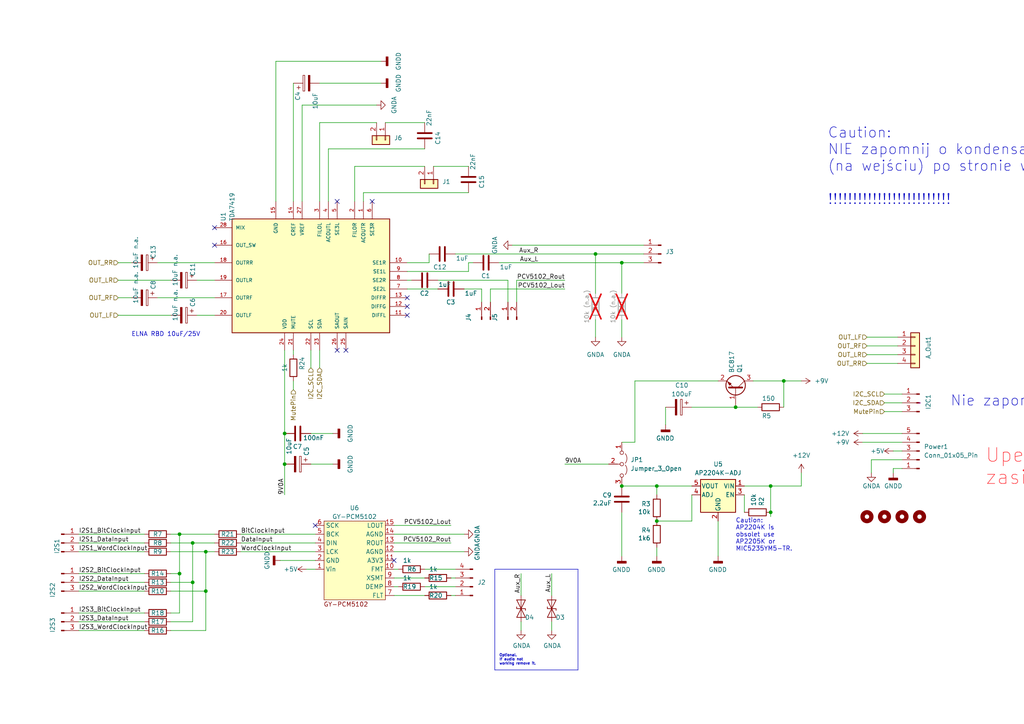
<source format=kicad_sch>
(kicad_sch (version 20230121) (generator eeschema)
  (paper "A4")
  (lib_symbols
    (symbol "Connector:Conn_01x02_Pin" (pin_names (offset 1.016) hide)
      (property "Reference" "J" (at 0 2.54 0))
      (property "Value" "Conn_01x02_Pin" (at 0 -5.08 0))
      (symbol "Conn_01x02_Pin_1_1"
        (polyline (pts (xy 1.27 -2.54) (xy 0.8636 -2.54)) (stroke (width 0.1524)))
        (polyline (pts (xy 1.27 0) (xy 0.8636 0)) (stroke (width 0.1524)))
        (rectangle (start 0.8636 -2.413) (end 0 -2.667) (stroke (width 0.1524)) (fill (type outline)))
        (rectangle (start 0.8636 0.127) (end 0 -0.127) (stroke (width 0.1524)) (fill (type outline)))
        (pin passive line (at 5.08 0 180) (length 3.81) (name "Pin_1") (number "1"))
        (pin passive line (at 5.08 -2.54 180) (length 3.81) (name "Pin_2") (number "2"))
      )
    )
    (symbol "Connector:Conn_01x03_Pin" (pin_names (offset 1.016) hide)
      (property "Reference" "J" (at 0 5.08 0))
      (property "Value" "Conn_01x03_Pin" (at 0 -5.08 0))
      (symbol "Conn_01x03_Pin_1_1"
        (polyline (pts (xy 1.27 -2.54) (xy 0.8636 -2.54)) (stroke (width 0.1524)))
        (polyline (pts (xy 1.27 0) (xy 0.8636 0)) (stroke (width 0.1524)))
        (polyline (pts (xy 1.27 2.54) (xy 0.8636 2.54)) (stroke (width 0.1524)))
        (rectangle (start 0.8636 -2.413) (end 0 -2.667) (stroke (width 0.1524)) (fill (type outline)))
        (rectangle (start 0.8636 0.127) (end 0 -0.127) (stroke (width 0.1524)) (fill (type outline)))
        (rectangle (start 0.8636 2.667) (end 0 2.413) (stroke (width 0.1524)) (fill (type outline)))
        (pin passive line (at 5.08 2.54 180) (length 3.81) (name "Pin_1") (number "1"))
        (pin passive line (at 5.08 0 180) (length 3.81) (name "Pin_2") (number "2"))
        (pin passive line (at 5.08 -2.54 180) (length 3.81) (name "Pin_3") (number "3"))
      )
    )
    (symbol "Connector:Conn_01x04_Pin" (pin_names (offset 1.016) hide)
      (property "Reference" "J" (at 0 5.08 0))
      (property "Value" "Conn_01x04_Pin" (at 0 -7.62 0))
      (symbol "Conn_01x04_Pin_1_1"
        (polyline (pts (xy 1.27 -5.08) (xy 0.8636 -5.08)) (stroke (width 0.1524)))
        (polyline (pts (xy 1.27 -2.54) (xy 0.8636 -2.54)) (stroke (width 0.1524)))
        (polyline (pts (xy 1.27 0) (xy 0.8636 0)) (stroke (width 0.1524)))
        (polyline (pts (xy 1.27 2.54) (xy 0.8636 2.54)) (stroke (width 0.1524)))
        (rectangle (start 0.8636 -4.953) (end 0 -5.207) (stroke (width 0.1524)) (fill (type outline)))
        (rectangle (start 0.8636 -2.413) (end 0 -2.667) (stroke (width 0.1524)) (fill (type outline)))
        (rectangle (start 0.8636 0.127) (end 0 -0.127) (stroke (width 0.1524)) (fill (type outline)))
        (rectangle (start 0.8636 2.667) (end 0 2.413) (stroke (width 0.1524)) (fill (type outline)))
        (pin passive line (at 5.08 2.54 180) (length 3.81) (name "Pin_1") (number "1"))
        (pin passive line (at 5.08 0 180) (length 3.81) (name "Pin_2") (number "2"))
        (pin passive line (at 5.08 -2.54 180) (length 3.81) (name "Pin_3") (number "3"))
        (pin passive line (at 5.08 -5.08 180) (length 3.81) (name "Pin_4") (number "4"))
      )
    )
    (symbol "Connector:Conn_01x05_Pin" (pin_names (offset 1.016) hide)
      (property "Reference" "J" (at 0 7.62 0))
      (property "Value" "Conn_01x05_Pin" (at 0 -7.62 0))
      (symbol "Conn_01x05_Pin_1_1"
        (polyline (pts (xy 1.27 -5.08) (xy 0.8636 -5.08)) (stroke (width 0.1524)))
        (polyline (pts (xy 1.27 -2.54) (xy 0.8636 -2.54)) (stroke (width 0.1524)))
        (polyline (pts (xy 1.27 0) (xy 0.8636 0)) (stroke (width 0.1524)))
        (polyline (pts (xy 1.27 2.54) (xy 0.8636 2.54)) (stroke (width 0.1524)))
        (polyline (pts (xy 1.27 5.08) (xy 0.8636 5.08)) (stroke (width 0.1524)))
        (rectangle (start 0.8636 -4.953) (end 0 -5.207) (stroke (width 0.1524)) (fill (type outline)))
        (rectangle (start 0.8636 -2.413) (end 0 -2.667) (stroke (width 0.1524)) (fill (type outline)))
        (rectangle (start 0.8636 0.127) (end 0 -0.127) (stroke (width 0.1524)) (fill (type outline)))
        (rectangle (start 0.8636 2.667) (end 0 2.413) (stroke (width 0.1524)) (fill (type outline)))
        (rectangle (start 0.8636 5.207) (end 0 4.953) (stroke (width 0.1524)) (fill (type outline)))
        (pin passive line (at 5.08 5.08 180) (length 3.81) (name "Pin_1") (number "1"))
        (pin passive line (at 5.08 2.54 180) (length 3.81) (name "Pin_2") (number "2"))
        (pin passive line (at 5.08 0 180) (length 3.81) (name "Pin_3") (number "3"))
        (pin passive line (at 5.08 -2.54 180) (length 3.81) (name "Pin_4") (number "4"))
        (pin passive line (at 5.08 -5.08 180) (length 3.81) (name "Pin_5") (number "5"))
      )
    )
    (symbol "Connector_Generic:Conn_01x02" (pin_names (offset 1.016) hide)
      (property "Reference" "J" (at 0 2.54 0))
      (property "Value" "Conn_01x02" (at 0 -5.08 0))
      (symbol "Conn_01x02_1_1"
        (rectangle (start -1.27 -2.413) (end 0 -2.667) (stroke (width 0.1524)))
        (rectangle (start -1.27 0.127) (end 0 -0.127) (stroke (width 0.1524)))
        (rectangle (start -1.27 1.27) (end 1.27 -3.81) (stroke (width 0.254)) (fill (type background)))
        (pin passive line (at -5.08 0 0) (length 3.81) (name "Pin_1") (number "1"))
        (pin passive line (at -5.08 -2.54 0) (length 3.81) (name "Pin_2") (number "2"))
      )
    )
    (symbol "Connector_Generic:Conn_01x04" (pin_names (offset 1.016) hide)
      (property "Reference" "J" (at 0 5.08 0))
      (property "Value" "Conn_01x04" (at 0 -7.62 0))
      (symbol "Conn_01x04_1_1"
        (rectangle (start -1.27 -4.953) (end 0 -5.207) (stroke (width 0.1524)))
        (rectangle (start -1.27 -2.413) (end 0 -2.667) (stroke (width 0.1524)))
        (rectangle (start -1.27 0.127) (end 0 -0.127) (stroke (width 0.1524)))
        (rectangle (start -1.27 2.667) (end 0 2.413) (stroke (width 0.1524)))
        (rectangle (start -1.27 3.81) (end 1.27 -6.35) (stroke (width 0.254)) (fill (type background)))
        (pin passive line (at -5.08 2.54 0) (length 3.81) (name "Pin_1") (number "1"))
        (pin passive line (at -5.08 0 0) (length 3.81) (name "Pin_2") (number "2"))
        (pin passive line (at -5.08 -2.54 0) (length 3.81) (name "Pin_3") (number "3"))
        (pin passive line (at -5.08 -5.08 0) (length 3.81) (name "Pin_4") (number "4"))
      )
    )
    (symbol "Device:C" (pin_numbers hide) (pin_names (offset 0.254))
      (property "Reference" "C" (at 0.635 2.54 0))
      (property "Value" "C" (at 0.635 -2.54 0))
      (symbol "C_0_1"
        (polyline (pts (xy -2.032 -0.762) (xy 2.032 -0.762)) (stroke (width 0.508)))
        (polyline (pts (xy -2.032 0.762) (xy 2.032 0.762)) (stroke (width 0.508)))
      )
      (symbol "C_1_1"
        (pin passive line (at 0 3.81 270) (length 2.794) (name "~") (number "1"))
        (pin passive line (at 0 -3.81 90) (length 2.794) (name "~") (number "2"))
      )
    )
    (symbol "Device:C_Polarized" (pin_numbers hide) (pin_names (offset 0.254))
      (property "Reference" "C" (at 0.635 2.54 0))
      (property "Value" "C_Polarized" (at 0.635 -2.54 0))
      (symbol "C_Polarized_0_1"
        (rectangle (start -2.286 0.508) (end 2.286 1.016))
        (polyline (pts (xy -1.778 2.286) (xy -0.762 2.286)))
        (polyline (pts (xy -1.27 2.794) (xy -1.27 1.778)))
        (rectangle (start 2.286 -0.508) (end -2.286 -1.016) (fill (type outline)))
      )
      (symbol "C_Polarized_1_1"
        (pin passive line (at 0 3.81 270) (length 2.794) (name "~") (number "1"))
        (pin passive line (at 0 -3.81 90) (length 2.794) (name "~") (number "2"))
      )
    )
    (symbol "Device:R" (pin_numbers hide) (pin_names (offset 0))
      (property "Reference" "R" (at 2.032 0 90))
      (property "Value" "R" (at 0 0 90))
      (symbol "R_0_1"
        (rectangle (start -1.016 -2.54) (end 1.016 2.54) (stroke (width 0.254)))
      )
      (symbol "R_1_1"
        (pin passive line (at 0 3.81 270) (length 1.27) (name "~") (number "1"))
        (pin passive line (at 0 -3.81 90) (length 1.27) (name "~") (number "2"))
      )
    )
    (symbol "Diode:ESD9B3.3ST5G" (pin_numbers hide) (pin_names (offset 1.016) hide)
      (property "Reference" "D" (at 0 2.54 0))
      (property "Value" "ESD9B3.3ST5G" (at 0 -2.54 0))
      (symbol "ESD9B3.3ST5G_0_1"
        (polyline (pts (xy 1.27 0) (xy -1.27 0)))
        (polyline (pts (xy -2.54 -1.27) (xy 0 0) (xy -2.54 1.27) (xy -2.54 -1.27)) (stroke (width 0.2032)))
        (polyline (pts (xy 0.508 1.27) (xy 0 1.27) (xy 0 -1.27) (xy -0.508 -1.27)) (stroke (width 0.2032)))
        (polyline (pts (xy 2.54 1.27) (xy 2.54 -1.27) (xy 0 0) (xy 2.54 1.27)) (stroke (width 0.2032)))
      )
      (symbol "ESD9B3.3ST5G_1_1"
        (pin passive line (at -3.81 0 0) (length 2.54) (name "A1") (number "1"))
        (pin passive line (at 3.81 0 180) (length 2.54) (name "A2") (number "2"))
      )
    )
    (symbol "GY-PCM5102:GY-PCM5102"
      (property "Reference" "U" (at -7.62 6.35 0))
      (property "Value" "GY-PCM5102" (at 0 0 0))
      (symbol "GY-PCM5102_0_0"
        (text "GY-PCM5102" (at -2.54 -19.05 0) (effects (font (size 1.27 1.27))))
      )
      (symbol "GY-PCM5102_1_1"
        (rectangle (start -8.89 5.08) (end 8.89 -17.78) (fill (type background)))
        (pin power_in line (at -11.43 -8.89 0) (length 2.54) (name "Vin") (number "1"))
        (pin input line (at 11.43 -8.89 180) (length 2.54) (name "FMT") (number "10"))
        (pin input line (at 11.43 -6.35 180) (length 2.54) (name "A3V3") (number "11"))
        (pin input line (at 11.43 -3.81 180) (length 2.54) (name "AGND") (number "12"))
        (pin input line (at 11.43 -1.27 180) (length 2.54) (name "ROUT") (number "13"))
        (pin input line (at 11.43 1.27 180) (length 2.54) (name "AGND") (number "14"))
        (pin input line (at 11.43 3.81 180) (length 2.54) (name "LOUT") (number "15"))
        (pin power_in line (at -11.43 -6.35 0) (length 2.54) (name "GND") (number "2"))
        (pin input line (at -11.43 -3.81 0) (length 2.54) (name "LCK") (number "3"))
        (pin input line (at -11.43 -1.27 0) (length 2.54) (name "DIN") (number "4"))
        (pin input line (at -11.43 1.27 0) (length 2.54) (name "BCK") (number "5"))
        (pin input line (at -11.43 3.81 0) (length 2.54) (name "SCK") (number "6"))
        (pin input line (at 11.43 -16.51 180) (length 2.54) (name "FLT") (number "7"))
        (pin input line (at 11.43 -13.97 180) (length 2.54) (name "DEMP") (number "8"))
        (pin input line (at 11.43 -11.43 180) (length 2.54) (name "XSMT") (number "9"))
      )
    )
    (symbol "Jumper:Jumper_3_Open" (pin_names (offset 0) hide)
      (property "Reference" "JP" (at -2.54 -2.54 0))
      (property "Value" "Jumper_3_Open" (at 0 2.794 0))
      (symbol "Jumper_3_Open_0_0"
        (circle (center -3.302 0) (radius 0.508))
        (circle (center 0 0) (radius 0.508))
        (circle (center 3.302 0) (radius 0.508))
      )
      (symbol "Jumper_3_Open_0_1"
        (arc (start -0.254 1.016) (mid -1.651 1.4992) (end -3.048 1.016))
        (polyline (pts (xy 0 -0.508) (xy 0 -1.27)))
        (arc (start 3.048 1.016) (mid 1.651 1.4992) (end 0.254 1.016))
      )
      (symbol "Jumper_3_Open_1_1"
        (pin passive line (at -6.35 0 0) (length 2.54) (name "A") (number "1"))
        (pin passive line (at 0 -3.81 90) (length 2.54) (name "C") (number "2"))
        (pin passive line (at 6.35 0 180) (length 2.54) (name "B") (number "3"))
      )
    )
    (symbol "Mechanical:MountingHole" (pin_names (offset 1.016))
      (property "Reference" "H" (at 0 5.08 0))
      (property "Value" "MountingHole" (at 0 3.175 0))
      (symbol "MountingHole_0_1"
        (circle (center 0 0) (radius 1.27) (stroke (width 1.27)))
      )
    )
    (symbol "Regulator_Linear:AP2204K-ADJ" (pin_names (offset 0.254))
      (property "Reference" "U" (at -5.08 5.715 0))
      (property "Value" "AP2204K-ADJ" (at 0 5.715 0))
      (symbol "AP2204K-ADJ_0_1"
        (rectangle (start -5.08 4.445) (end 5.08 -5.08) (stroke (width 0.254)) (fill (type background)))
      )
      (symbol "AP2204K-ADJ_1_1"
        (pin power_in line (at -7.62 2.54 0) (length 2.54) (name "VIN") (number "1"))
        (pin power_in line (at 0 -7.62 90) (length 2.54) (name "GND") (number "2"))
        (pin input line (at -7.62 0 0) (length 2.54) (name "EN") (number "3"))
        (pin input line (at 7.62 0 180) (length 2.54) (name "ADJ") (number "4"))
        (pin power_out line (at 7.62 2.54 180) (length 2.54) (name "VOUT") (number "5"))
      )
    )
    (symbol "TDA7419:TDA7419" (pin_names (offset 1.016))
      (property "Reference" "U" (at 12.7 17.78 0))
      (property "Value" "TDA7419" (at 12.7 15.24 0))
      (symbol "TDA7419_0_0"
        (rectangle (start -22.86 -17.78) (end 22.86 15.24) (stroke (width 0.254)) (fill (type background)))
        (pin bidirectional line (at -15.24 -22.86 90) (length 5.08) (name "ACOUTR") (number "1"))
        (pin bidirectional line (at -27.94 -5.08 0) (length 5.08) (name "SE1R") (number "10"))
        (pin bidirectional line (at -27.94 10.16 0) (length 5.08) (name "DIFFL") (number "11"))
        (pin bidirectional line (at -27.94 7.62 0) (length 5.08) (name "DIFFG") (number "12"))
        (pin bidirectional line (at -27.94 5.08 0) (length 5.08) (name "DIFFR") (number "13"))
        (pin bidirectional line (at 5.08 -22.86 90) (length 5.08) (name "CREF") (number "14"))
        (pin bidirectional line (at 10.16 -22.86 90) (length 5.08) (name "GND") (number "15"))
        (pin bidirectional line (at 27.94 -10.16 180) (length 5.08) (name "OUT_SW") (number "16"))
        (pin bidirectional line (at 27.94 5.08 180) (length 5.08) (name "OUTRF") (number "17"))
        (pin bidirectional line (at 27.94 -5.08 180) (length 5.08) (name "OUTRR") (number "18"))
        (pin bidirectional line (at 27.94 0 180) (length 5.08) (name "OUTLR") (number "19"))
        (pin bidirectional line (at -12.7 -22.86 90) (length 5.08) (name "FILOR") (number "2"))
        (pin bidirectional line (at 27.94 10.16 180) (length 5.08) (name "OUTLF") (number "20"))
        (pin bidirectional line (at 5.08 20.32 270) (length 5.08) (name "MUTE") (number "21"))
        (pin bidirectional line (at 0 20.32 270) (length 5.08) (name "SCL") (number "22"))
        (pin bidirectional line (at -2.54 20.32 270) (length 5.08) (name "SDA") (number "23"))
        (pin bidirectional line (at 7.62 20.32 270) (length 5.08) (name "VDD") (number "24"))
        (pin bidirectional line (at -10.16 20.32 270) (length 5.08) (name "SAIN") (number "25"))
        (pin bidirectional line (at -7.62 20.32 270) (length 5.08) (name "SAOUT") (number "26"))
        (pin bidirectional line (at 2.54 -22.86 90) (length 5.08) (name "VREF") (number "27"))
        (pin bidirectional line (at 27.94 -15.24 180) (length 5.08) (name "MIX") (number "28"))
        (pin bidirectional line (at -2.54 -22.86 90) (length 5.08) (name "FILOL") (number "3"))
        (pin bidirectional line (at -5.08 -22.86 90) (length 5.08) (name "ACOUTL") (number "4"))
        (pin bidirectional line (at -7.62 -22.86 90) (length 5.08) (name "SE3L") (number "5"))
        (pin bidirectional line (at -17.78 -22.86 90) (length 5.08) (name "SE3R") (number "6"))
        (pin bidirectional line (at -27.94 2.54 0) (length 5.08) (name "SE2L") (number "7"))
        (pin bidirectional line (at -27.94 0 0) (length 5.08) (name "SE2R") (number "8"))
        (pin bidirectional line (at -27.94 -2.54 0) (length 5.08) (name "SE1L") (number "9"))
      )
    )
    (symbol "Transistor_BJT:BC817" (pin_names (offset 0) hide)
      (property "Reference" "Q" (at 5.08 1.905 0))
      (property "Value" "BC817" (at 5.08 0 0))
      (symbol "BC817_0_1"
        (polyline (pts (xy 0.635 0.635) (xy 2.54 2.54)))
        (polyline (pts (xy 0.635 -0.635) (xy 2.54 -2.54) (xy 2.54 -2.54)))
        (polyline (pts (xy 0.635 1.905) (xy 0.635 -1.905) (xy 0.635 -1.905)) (stroke (width 0.508)))
        (polyline (pts (xy 1.27 -1.778) (xy 1.778 -1.27) (xy 2.286 -2.286) (xy 1.27 -1.778) (xy 1.27 -1.778)) (fill (type outline)))
        (circle (center 1.27 0) (radius 2.8194) (stroke (width 0.254)))
      )
      (symbol "BC817_1_1"
        (pin input line (at -5.08 0 0) (length 5.715) (name "B") (number "1"))
        (pin passive line (at 2.54 -5.08 90) (length 2.54) (name "E") (number "2"))
        (pin passive line (at 2.54 5.08 270) (length 2.54) (name "C") (number "3"))
      )
    )
    (symbol "power:+12V" (power) (pin_names (offset 0))
      (property "Value" "+12V" (at 0 3.556 0))
      (symbol "+12V_0_1"
        (polyline (pts (xy -0.762 1.27) (xy 0 2.54)))
        (polyline (pts (xy 0 0) (xy 0 2.54)))
        (polyline (pts (xy 0 2.54) (xy 0.762 1.27)))
      )
      (symbol "+12V_1_1"
        (pin power_in line (at 0 0 90) (length 0) hide (name "+12V") (number "1"))
      )
    )
    (symbol "power:+5V" (power) (pin_names (offset 0))
      (property "Value" "+5V" (at 0 3.556 0))
      (symbol "+5V_0_1"
        (polyline (pts (xy -0.762 1.27) (xy 0 2.54)))
        (polyline (pts (xy 0 0) (xy 0 2.54)))
        (polyline (pts (xy 0 2.54) (xy 0.762 1.27)))
      )
      (symbol "+5V_1_1"
        (pin power_in line (at 0 0 90) (length 0) hide (name "+5V") (number "1"))
      )
    )
    (symbol "power:+9V" (power) (pin_names (offset 0))
      (property "Value" "+9V" (at 0 3.556 0))
      (symbol "+9V_0_1"
        (polyline (pts (xy -0.762 1.27) (xy 0 2.54)))
        (polyline (pts (xy 0 0) (xy 0 2.54)))
        (polyline (pts (xy 0 2.54) (xy 0.762 1.27)))
      )
      (symbol "+9V_1_1"
        (pin power_in line (at 0 0 90) (length 0) hide (name "+9V") (number "1"))
      )
    )
    (symbol "power:GNDA" (power) (pin_names (offset 0))
      (property "Value" "GNDA" (at 0 -3.81 0))
      (symbol "GNDA_0_1"
        (polyline (pts (xy 0 0) (xy 0 -1.27) (xy 1.27 -1.27) (xy 0 -2.54) (xy -1.27 -1.27) (xy 0 -1.27)))
      )
      (symbol "GNDA_1_1"
        (pin power_in line (at 0 0 270) (length 0) hide (name "GNDA") (number "1"))
      )
    )
    (symbol "power:GNDD" (power) (pin_names (offset 0))
      (property "Value" "GNDD" (at 0 -3.175 0))
      (symbol "GNDD_0_1"
        (rectangle (start -1.27 -1.524) (end 1.27 -2.032) (stroke (width 0.254)) (fill (type outline)))
        (polyline (pts (xy 0 0) (xy 0 -1.524)))
      )
      (symbol "GNDD_1_1"
        (pin power_in line (at 0 0 270) (length 0) hide (name "GNDD") (number "1"))
      )
    )
  )
  (junction (at 227.33 110.49))
  (junction (at 190.5 140.97))
  (junction (at 82.55 125.73))
  (junction (at 59.69 171.45))
  (junction (at 223.52 140.97))
  (junction (at 213.36 118.11))
  (junction (at 180.34 76.2))
  (junction (at 223.52 148.59))
  (junction (at 172.72 73.66))
  (junction (at 55.88 168.91))
  (junction (at 52.07 154.94))
  (junction (at 55.88 157.48))
  (junction (at 52.07 166.37))
  (junction (at 190.5 151.13))
  (junction (at 82.55 134.62))
  (junction (at 180.34 140.97))
  (junction (at 59.69 160.02))
  (no_connect (at 62.23 66.04))
  (no_connect (at 91.44 152.4))
  (no_connect (at 97.79 101.6))
  (no_connect (at 114.3 162.56))
  (no_connect (at 62.23 71.12))
  (no_connect (at 118.11 91.44))
  (no_connect (at 107.95 58.42))
  (no_connect (at 100.33 101.6))
  (no_connect (at 118.11 86.36))
  (no_connect (at 97.79 58.42))
  (no_connect (at 118.11 88.9))
  (wire (pts (xy 125.73 48.26) (xy 135.89 48.26)))
  (wire (pts (xy 105.41 55.88) (xy 135.89 55.88)))
  (wire (pts (xy 114.3 170.18) (xy 115.57 170.18)))
  (wire (pts (xy 252.73 137.16) (xy 252.73 133.35)))
  (wire (pts (xy 119.38 81.28) (xy 118.11 81.28)))
  (wire (pts (xy 147.32 81.28) (xy 127 81.28)))
  (wire (pts (xy 259.08 130.81) (xy 261.62 130.81)))
  (wire (pts (xy 130.81 172.72) (xy 132.08 172.72)))
  (wire (pts (xy 259.08 135.89) (xy 261.62 135.89)))
  (wire (pts (xy 87.63 58.42) (xy 87.63 30.48)))
  (wire (pts (xy 59.69 160.02) (xy 62.23 160.02)))
  (wire (pts (xy 49.53 182.88) (xy 59.69 182.88)))
  (polyline (pts (xy 167.64 194.31) (xy 143.51 194.31)))
  (wire (pts (xy 160.02 166.37) (xy 160.02 172.72)))
  (wire (pts (xy 124.46 76.2) (xy 124.46 73.66)))
  (wire (pts (xy 180.34 140.97) (xy 190.5 140.97)))
  (wire (pts (xy 114.3 172.72) (xy 123.19 172.72)))
  (wire (pts (xy 130.81 167.64) (xy 132.08 167.64)))
  (wire (pts (xy 190.5 158.75) (xy 190.5 161.29)))
  (wire (pts (xy 59.69 171.45) (xy 59.69 160.02)))
  (wire (pts (xy 172.72 73.66) (xy 186.69 73.66)))
  (wire (pts (xy 114.3 152.4) (xy 130.81 152.4)))
  (wire (pts (xy 57.15 91.44) (xy 62.23 91.44)))
  (wire (pts (xy 49.53 177.8) (xy 52.07 177.8)))
  (wire (pts (xy 184.15 110.49) (xy 184.15 128.27)))
  (wire (pts (xy 22.86 168.91) (xy 41.91 168.91)))
  (wire (pts (xy 57.15 81.28) (xy 62.23 81.28)))
  (wire (pts (xy 22.86 166.37) (xy 41.91 166.37)))
  (wire (pts (xy 118.11 83.82) (xy 127 83.82)))
  (wire (pts (xy 49.53 171.45) (xy 59.69 171.45)))
  (wire (pts (xy 123.19 165.1) (xy 132.08 165.1)))
  (wire (pts (xy 193.04 118.11) (xy 193.04 123.19)))
  (wire (pts (xy 232.41 137.16) (xy 232.41 140.97)))
  (wire (pts (xy 87.63 30.48) (xy 109.22 30.48)))
  (wire (pts (xy 251.46 97.79) (xy 260.35 97.79)))
  (wire (pts (xy 256.54 119.38) (xy 261.62 119.38)))
  (wire (pts (xy 114.3 165.1) (xy 115.57 165.1)))
  (wire (pts (xy 180.34 76.2) (xy 186.69 76.2)))
  (wire (pts (xy 80.01 17.78) (xy 110.49 17.78)))
  (wire (pts (xy 190.5 151.13) (xy 200.66 151.13)))
  (wire (pts (xy 139.7 83.82) (xy 134.62 83.82)))
  (wire (pts (xy 223.52 148.59) (xy 223.52 149.86)))
  (wire (pts (xy 49.53 160.02) (xy 59.69 160.02)))
  (wire (pts (xy 251.46 102.87) (xy 260.35 102.87)))
  (wire (pts (xy 95.25 43.18) (xy 123.19 43.18)))
  (wire (pts (xy 139.7 87.63) (xy 139.7 83.82)))
  (wire (pts (xy 251.46 100.33) (xy 260.35 100.33)))
  (wire (pts (xy 215.9 140.97) (xy 223.52 140.97)))
  (wire (pts (xy 213.36 118.11) (xy 219.71 118.11)))
  (wire (pts (xy 250.19 125.73) (xy 261.62 125.73)))
  (wire (pts (xy 200.66 151.13) (xy 200.66 143.51)))
  (wire (pts (xy 88.9 165.1) (xy 91.44 165.1)))
  (wire (pts (xy 34.29 81.28) (xy 49.53 81.28)))
  (wire (pts (xy 180.34 76.2) (xy 180.34 85.09)))
  (wire (pts (xy 92.71 101.6) (xy 92.71 106.68)))
  (wire (pts (xy 135.89 76.2) (xy 137.16 76.2)))
  (polyline (pts (xy 143.51 194.31) (xy 143.51 165.1)))
  (wire (pts (xy 49.53 166.37) (xy 52.07 166.37)))
  (wire (pts (xy 92.71 58.42) (xy 92.71 35.56)))
  (wire (pts (xy 34.29 76.2) (xy 38.1 76.2)))
  (wire (pts (xy 114.3 167.64) (xy 123.19 167.64)))
  (wire (pts (xy 95.25 58.42) (xy 95.25 43.18)))
  (wire (pts (xy 259.08 137.16) (xy 259.08 135.89)))
  (wire (pts (xy 105.41 58.42) (xy 105.41 55.88)))
  (wire (pts (xy 215.9 143.51) (xy 215.9 148.59)))
  (wire (pts (xy 22.86 177.8) (xy 41.91 177.8)))
  (wire (pts (xy 55.88 157.48) (xy 62.23 157.48)))
  (wire (pts (xy 90.17 125.73) (xy 96.52 125.73)))
  (wire (pts (xy 85.09 110.49) (xy 85.09 113.03)))
  (wire (pts (xy 148.59 71.12) (xy 186.69 71.12)))
  (wire (pts (xy 69.85 160.02) (xy 91.44 160.02)))
  (wire (pts (xy 82.55 125.73) (xy 82.55 101.6)))
  (wire (pts (xy 49.53 157.48) (xy 55.88 157.48)))
  (wire (pts (xy 69.85 157.48) (xy 91.44 157.48)))
  (wire (pts (xy 227.33 110.49) (xy 227.33 118.11)))
  (wire (pts (xy 142.24 87.63) (xy 142.24 83.82)))
  (wire (pts (xy 180.34 148.59) (xy 180.34 161.29)))
  (wire (pts (xy 92.71 24.13) (xy 110.49 24.13)))
  (wire (pts (xy 22.86 171.45) (xy 41.91 171.45)))
  (wire (pts (xy 102.87 58.42) (xy 102.87 48.26)))
  (wire (pts (xy 172.72 73.66) (xy 172.72 85.09)))
  (wire (pts (xy 49.53 154.94) (xy 52.07 154.94)))
  (wire (pts (xy 45.72 76.2) (xy 62.23 76.2)))
  (wire (pts (xy 49.53 168.91) (xy 55.88 168.91)))
  (wire (pts (xy 81.28 162.56) (xy 91.44 162.56)))
  (wire (pts (xy 114.3 154.94) (xy 134.62 154.94)))
  (wire (pts (xy 59.69 182.88) (xy 59.69 171.45)))
  (wire (pts (xy 252.73 133.35) (xy 261.62 133.35)))
  (wire (pts (xy 223.52 140.97) (xy 232.41 140.97)))
  (wire (pts (xy 55.88 180.34) (xy 55.88 168.91)))
  (wire (pts (xy 22.86 157.48) (xy 41.91 157.48)))
  (wire (pts (xy 135.89 76.2) (xy 135.89 78.74)))
  (wire (pts (xy 90.17 134.62) (xy 96.52 134.62)))
  (wire (pts (xy 132.08 73.66) (xy 172.72 73.66)))
  (wire (pts (xy 250.19 128.27) (xy 261.62 128.27)))
  (wire (pts (xy 256.54 116.84) (xy 261.62 116.84)))
  (wire (pts (xy 49.53 180.34) (xy 55.88 180.34)))
  (wire (pts (xy 184.15 110.49) (xy 208.28 110.49)))
  (wire (pts (xy 85.09 101.6) (xy 85.09 102.87)))
  (wire (pts (xy 22.86 160.02) (xy 41.91 160.02)))
  (wire (pts (xy 227.33 110.49) (xy 232.41 110.49)))
  (wire (pts (xy 256.54 114.3) (xy 261.62 114.3)))
  (wire (pts (xy 111.76 35.56) (xy 123.19 35.56)))
  (wire (pts (xy 251.46 105.41) (xy 260.35 105.41)))
  (wire (pts (xy 135.89 78.74) (xy 118.11 78.74)))
  (wire (pts (xy 85.09 58.42) (xy 85.09 24.13)))
  (wire (pts (xy 123.19 170.18) (xy 132.08 170.18)))
  (wire (pts (xy 55.88 168.91) (xy 55.88 157.48)))
  (polyline (pts (xy 143.51 165.1) (xy 167.64 165.1)))
  (wire (pts (xy 184.15 128.27) (xy 180.34 128.27)))
  (wire (pts (xy 52.07 154.94) (xy 62.23 154.94)))
  (wire (pts (xy 69.85 154.94) (xy 91.44 154.94)))
  (wire (pts (xy 172.72 92.71) (xy 172.72 97.79)))
  (wire (pts (xy 160.02 180.34) (xy 160.02 182.88)))
  (wire (pts (xy 151.13 166.37) (xy 151.13 172.72)))
  (wire (pts (xy 180.34 92.71) (xy 180.34 97.79)))
  (wire (pts (xy 144.78 76.2) (xy 180.34 76.2)))
  (wire (pts (xy 114.3 157.48) (xy 130.81 157.48)))
  (wire (pts (xy 102.87 48.26) (xy 123.19 48.26)))
  (wire (pts (xy 163.83 83.82) (xy 142.24 83.82)))
  (wire (pts (xy 163.83 134.62) (xy 176.53 134.62)))
  (wire (pts (xy 149.86 87.63) (xy 149.86 81.28)))
  (wire (pts (xy 34.29 91.44) (xy 49.53 91.44)))
  (polyline (pts (xy 167.64 165.1) (xy 167.64 194.31)))
  (wire (pts (xy 200.66 118.11) (xy 213.36 118.11)))
  (wire (pts (xy 82.55 134.62) (xy 82.55 143.51)))
  (wire (pts (xy 223.52 140.97) (xy 223.52 148.59)))
  (wire (pts (xy 190.5 140.97) (xy 200.66 140.97)))
  (wire (pts (xy 34.29 86.36) (xy 38.1 86.36)))
  (wire (pts (xy 22.86 180.34) (xy 41.91 180.34)))
  (wire (pts (xy 151.13 180.34) (xy 151.13 182.88)))
  (wire (pts (xy 118.11 76.2) (xy 124.46 76.2)))
  (wire (pts (xy 208.28 151.13) (xy 208.28 161.29)))
  (wire (pts (xy 163.83 81.28) (xy 149.86 81.28)))
  (wire (pts (xy 22.86 182.88) (xy 41.91 182.88)))
  (wire (pts (xy 190.5 140.97) (xy 190.5 143.51)))
  (wire (pts (xy 147.32 87.63) (xy 147.32 81.28)))
  (wire (pts (xy 82.55 125.73) (xy 82.55 134.62)))
  (wire (pts (xy 90.17 101.6) (xy 90.17 106.68)))
  (wire (pts (xy 80.01 58.42) (xy 80.01 17.78)))
  (wire (pts (xy 218.44 110.49) (xy 227.33 110.49)))
  (wire (pts (xy 22.86 154.94) (xy 41.91 154.94)))
  (wire (pts (xy 52.07 166.37) (xy 52.07 154.94)))
  (wire (pts (xy 52.07 177.8) (xy 52.07 166.37)))
  (wire (pts (xy 114.3 160.02) (xy 134.62 160.02)))
  (wire (pts (xy 45.72 86.36) (xy 62.23 86.36)))
  (wire (pts (xy 92.71 35.56) (xy 109.22 35.56)))
  (text "Nie zapomnieć o rezystorach podciągających" (at 275.59 118.11 0) (effects (font (size 2.9972 2.9972)) (justify left bottom)))
  (text "Upewnij się, że na wejściu\nzasilania jest filtr!!!" (at 285.75 140.97 0) (effects (font (size 4 4)) (justify left bottom)))
  (text "Optional.\nIf audio not \nworking remove it." (at 144.78 193.04 0) (effects (font (size 0.75 0.75)) (justify left bottom)))
  (text "ELNA RBD 10uF/25V" (at 38.1 97.79 0) (effects (font (size 1.27 1.27)) (justify left bottom)))
  (text "Caution:\nNIE zapomnij o kondensatorach\n(na wejściu) po stronie wzmacniacza !!!!!!!!!!!!!!!!!!!!!!!!!!!\n\n!!!!!!!!!!!!!!!!!!!!!!!!!" (at 240.03 59.69 0) (effects (font (size 2.9972 2.9972)) (justify left bottom)))
  (text "Caution:\nAP2204K is\nobsolet use\nAP2205K or\nMIC5235YM5-TR." (at 213.36 160.02 0) (effects (font (size 1.27 1.27)) (justify left bottom)))
  (label "Aux_R" (at 151.13 166.37 270))
  (label "PCV5102_Rout" (at 130.81 157.48 180))
  (label "PCV5102_Lout" (at 130.81 152.4 180))
  (label "I2S1_WordClockInput" (at 22.86 160.02 0))
  (label "Aux_L" (at 160.02 166.37 270))
  (label "I2S1_BitClockInput" (at 22.86 154.94 0))
  (label "Aux_L" (at 156.21 76.2 180))
  (label "I2S3_WordClockInput" (at 22.86 182.88 0))
  (label "I2S1_DataInput" (at 22.86 157.48 0))
  (label "9V0A" (at 163.83 134.62 0))
  (label "PCV5102_Lout" (at 163.83 83.82 180))
  (label "WordClockInput" (at 69.85 160.02 0))
  (label "I2S2_BitClockInput" (at 22.86 166.37 0))
  (label "PCV5102_Rout" (at 163.83 81.28 180))
  (label "I2S2_WordClockInput" (at 22.86 171.45 0))
  (label "DataInput" (at 69.85 157.48 0))
  (label "9V0A" (at 82.55 143.51 90))
  (label "BitClockInput" (at 69.85 154.94 0))
  (label "Aux_R" (at 156.21 73.66 180))
  (label "I2S3_DataInput" (at 22.86 180.34 0))
  (label "I2S3_BitClockInput" (at 22.86 177.8 0))
  (label "I2S2_DataInput" (at 22.86 168.91 0))
  (hierarchical_label "I2C_SDA" (shape input) (at 92.71 106.68 270))
  (hierarchical_label "MutePin" (shape input) (at 85.09 113.03 270))
  (hierarchical_label "OUT_RR" (shape input) (at 251.46 105.41 180))
  (hierarchical_label "OUT_RR" (shape input) (at 34.29 76.2 180))
  (hierarchical_label "I2C_SCL" (shape input) (at 90.17 106.68 270))
  (hierarchical_label "I2C_SCL" (shape input) (at 256.54 114.3 180))
  (hierarchical_label "OUT_RF" (shape input) (at 251.46 100.33 180))
  (hierarchical_label "I2C_SDA" (shape input) (at 256.54 116.84 180))
  (hierarchical_label "MutePin" (shape input) (at 256.54 119.38 180))
  (hierarchical_label "OUT_LF" (shape input) (at 34.29 91.44 180))
  (hierarchical_label "OUT_RF" (shape input) (at 34.29 86.36 180))
  (hierarchical_label "OUT_LF" (shape input) (at 251.46 97.79 180))
  (hierarchical_label "OUT_LR" (shape input) (at 251.46 102.87 180))
  (hierarchical_label "OUT_LR" (shape input) (at 34.29 81.28 180))
  (symbol (lib_id "power:GNDA") (at 160.02 182.88 0) (unit 1)
    (property "Reference" "#PWR0102" (effects hide))
    (property "Value" "GNDA" (at 160.147 187.2742 0))
  )
  (symbol (lib_id "power:GNDA") (at 151.13 182.88 0) (unit 1)
    (property "Reference" "#PWR0101" (effects hide))
    (property "Value" "GNDA" (at 151.257 187.2742 0))
  )
  (symbol (lib_id "Device:R") (at 190.5 154.94 0) (mirror x) (unit 1)
    (property "Reference" "R4" (at 188.722 153.7716 0) (effects (justify right)))
    (property "Value" "1k6" (at 188.722 156.083 0) (effects (justify right)))
    (property "Footprint" "Resistor_SMD:R_0603_1608Metric" (effects hide))
    (property "Module" "DAB+" (effects hide))
    (property "TME no." "SMD0603-1K6-1%" (effects hide))
  )
  (symbol (lib_id "Connector:Conn_01x03_Pin") (at 266.7 116.84 0) (mirror y) (unit 1)
    (property "Reference" "I2C1" (at 269.24 114.3 90) (effects (justify right)))
    (property "Value" "Conn_01x03_Pin" (effects hide))
    (property "Footprint" "Connector_PinHeader_2.54mm:PinHeader_1x03_P2.54mm_Vertical" (effects hide))
    (property "Datasheet" "~" (at 266.7 116.84 0))
    (property "TME no." "n/a" (effects hide))
  )
  (symbol (lib_id "Device:R") (at 45.72 182.88 90) (unit 1)
    (property "Reference" "R16" (at 45.72 182.88 90))
    (property "Value" "90-165-330" (effects hide))
    (property "Footprint" "Resistor_SMD:R_0603_1608Metric" (effects hide))
  )
  (symbol (lib_id "Device:C") (at 123.19 39.37 180) (unit 1)
    (property "Reference" "C14" (at 127 38.1 90) (effects (justify left)))
    (property "Value" "22nF" (at 124.46 31.75 90) (effects (justify left)))
    (property "Footprint" "Capacitor_SMD:C_0603_1608Metric_Pad1.08x0.95mm_HandSolder" (effects hide))
    (property "TME no." "06035C223K4T4A" (effects hide))
  )
  (symbol (lib_id "Device:R") (at 45.72 166.37 90) (unit 1)
    (property "Reference" "R14" (at 45.72 166.37 90))
    (property "Value" "90-165-330" (effects hide))
    (property "Footprint" "Resistor_SMD:R_0603_1608Metric" (effects hide))
  )
  (symbol (lib_id "Device:C_Polarized") (at 196.85 118.11 270) (unit 1)
    (property "Reference" "C10" (at 197.739 111.76 90))
    (property "Value" "100uF" (at 197.739 114.3 90))
    (property "Footprint" "Capacitor_THT:CP_Radial_D5.0mm_P2.00mm" (effects hide))
    (property "TME no." "PF1E101MNN6311U" (effects hide))
  )
  (symbol (lib_id "power:GNDA") (at 148.59 71.12 270) (unit 1)
    (property "Reference" "#PWR019" (effects hide))
    (property "Value" "GNDA" (at 143.51 71.12 0))
  )
  (symbol (lib_id "Device:R") (at 190.5 147.32 0) (mirror x) (unit 1)
    (property "Reference" "R3" (at 188.722 146.1516 0) (effects (justify right)))
    (property "Value" "10k" (at 188.722 148.463 0) (effects (justify right)))
    (property "Footprint" "Resistor_SMD:R_0603_1608Metric" (effects hide))
    (property "Module" "DAB+" (effects hide))
    (property "TME no." "RC0603FR-1310KL" (effects hide))
  )
  (symbol (lib_id "Device:R") (at 45.72 168.91 90) (unit 1)
    (property "Reference" "R13" (at 45.72 168.91 90))
    (property "Value" "90-165-330" (effects hide))
    (property "Footprint" "Resistor_SMD:R_0603_1608Metric" (effects hide))
  )
  (symbol (lib_id "power:GNDD") (at 190.5 161.29 0) (mirror y) (unit 1)
    (property "Reference" "#PWR016" (effects hide))
    (property "Value" "GNDD" (at 190.3984 165.227 0))
  )
  (symbol (lib_id "Mechanical:MountingHole") (at 251.46 149.86 0) (unit 1)
    (property "Reference" "H1" (effects hide))
    (property "Value" "MountingHole" (effects hide))
    (property "Footprint" "MountingHole:MountingHole_3.2mm_M3" (effects hide))
  )
  (symbol (lib_id "Connector:Conn_01x05_Pin") (at 266.7 130.81 180) (unit 1)
    (property "Reference" "Power1" (at 267.97 129.54 0) (effects (justify right)))
    (property "Value" "Conn_01x05_Pin" (at 267.97 132.08 0) (effects (justify right)))
    (property "Footprint" "Connector_PinHeader_2.54mm:PinHeader_1x05_P2.54mm_Vertical" (effects hide))
  )
  (symbol (lib_id "Connector:Conn_01x03_Pin") (at 191.77 73.66 0) (mirror y) (unit 1)
    (property "Reference" "J3" (at 193.04 73.025 0) (effects (justify right)))
    (property "Value" "AudioIn" (effects hide))
    (property "Footprint" "Connector_PinHeader_2.54mm:PinHeader_1x03_P2.54mm_Vertical" (effects hide))
    (property "TME no." "n/a" (effects hide))
  )
  (symbol (lib_id "Device:R") (at 172.72 88.9 180) (unit 1) (dnp yes)
    (property "Reference" "R1" (at 172.72 88.9 90))
    (property "Value" "10k (n.a.)" (at 170.18 88.9 90))
    (property "Footprint" "Resistor_SMD:R_0603_1608Metric" (effects hide))
  )
  (symbol (lib_id "Regulator_Linear:AP2204K-ADJ") (at 208.28 143.51 0) (mirror y) (unit 1)
    (property "Reference" "U5" (at 208.28 134.62 0))
    (property "Value" "AP2204K-ADJ" (at 208.28 137.16 0))
    (property "Footprint" "Package_TO_SOT_SMD:SOT-23-5" (effects hide))
    (property "Datasheet" "https://www.tme.eu/Document/25907c00d8e31781833fee63fe729fb2/MIC5235.pdf" (effects hide))
  )
  (symbol (lib_id "Connector_Generic:Conn_01x02") (at 125.73 53.34 270) (unit 1)
    (property "Reference" "J1" (at 128.27 52.705 90) (effects (justify left)))
    (property "Value" "Conn_01x02" (effects hide))
    (property "Footprint" "Connector_PinHeader_2.54mm:PinHeader_1x02_P2.54mm_Vertical" (effects hide))
  )
  (symbol (lib_id "Device:C") (at 140.97 76.2 90) (unit 1)
    (property "Reference" "C1" (at 142.24 80.01 90) (effects (justify left)))
    (property "Value" "1uF" (at 148.59 77.47 90) (effects (justify left)))
    (property "Footprint" "Capacitor_SMD:C_0603_1608Metric_Pad1.08x0.95mm_HandSolder" (effects hide))
    (property "TME no." "0603X105K100CT" (effects hide))
  )
  (symbol (lib_id "Device:R") (at 66.04 160.02 90) (unit 1)
    (property "Reference" "R23" (at 66.04 160.02 90))
    (property "Value" "90-165-330" (effects hide))
    (property "Footprint" "Resistor_SMD:R_0603_1608Metric" (effects hide))
  )
  (symbol (lib_id "Device:R") (at 45.72 180.34 90) (unit 1)
    (property "Reference" "R17" (at 45.72 180.34 90))
    (property "Value" "90-165-330" (effects hide))
    (property "Footprint" "Resistor_SMD:R_0603_1608Metric" (effects hide))
  )
  (symbol (lib_id "Connector:Conn_01x03_Pin") (at 17.78 168.91 0) (unit 1)
    (property "Reference" "I2S2" (at 15.24 168.91 90) (effects (justify right)))
    (property "Value" "Conn_01x03_Pin" (effects hide))
    (property "Footprint" "Connector_PinHeader_2.54mm:PinHeader_1x03_P2.54mm_Vertical" (effects hide))
  )
  (symbol (lib_id "power:+12V") (at 250.19 125.73 90) (unit 1)
    (property "Reference" "#PWR011" (effects hide))
    (property "Value" "+12V" (at 246.38 125.73 90) (effects (justify left)))
  )
  (symbol (lib_id "Connector:Conn_01x03_Pin") (at 17.78 157.48 0) (unit 1)
    (property "Reference" "I2S1" (at 16.51 156.21 90) (effects (justify right)))
    (property "Value" "Conn_01x03_Pin" (effects hide))
    (property "Footprint" "Connector_PinHeader_2.54mm:PinHeader_1x03_P2.54mm_Vertical" (effects hide))
  )
  (symbol (lib_id "Device:R") (at 45.72 160.02 90) (unit 1)
    (property "Reference" "R9" (at 45.72 160.02 90))
    (property "Value" "90-165-330" (effects hide))
    (property "Footprint" "Resistor_SMD:R_0603_1608Metric" (effects hide))
  )
  (symbol (lib_id "Device:C") (at 135.89 52.07 180) (unit 1)
    (property "Reference" "C15" (at 139.7 50.8 90) (effects (justify left)))
    (property "Value" "22nF" (at 137.16 44.45 90) (effects (justify left)))
    (property "Footprint" "Capacitor_SMD:C_0603_1608Metric_Pad1.08x0.95mm_HandSolder" (effects hide))
    (property "TME no." "06035C223K4T4A" (effects hide))
  )
  (symbol (lib_id "power:GNDA") (at 134.62 154.94 90) (unit 1)
    (property "Reference" "#PWR08" (effects hide))
    (property "Value" "GNDA" (at 138.43 154.94 0))
  )
  (symbol (lib_id "Device:C_Polarized") (at 53.34 91.44 270) (unit 1)
    (property "Reference" "C6" (at 55.88 86.36 0) (effects (justify left)))
    (property "Value" "10uF n.a." (at 50.8 83.82 0) (effects (justify left)))
    (property "Footprint" "Capacitor_THT:CP_Radial_D5.0mm_P2.00mm" (effects hide))
    (property "TME no." "PF1J100MNN0511U" (effects hide))
  )
  (symbol (lib_id "Device:R") (at 45.72 154.94 90) (unit 1)
    (property "Reference" "R7" (at 45.72 154.94 90))
    (property "Value" "90-165-330" (effects hide))
    (property "Footprint" "Resistor_SMD:R_0603_1608Metric" (effects hide))
  )
  (symbol (lib_id "Device:R") (at 219.71 148.59 90) (mirror x) (unit 1)
    (property "Reference" "R2" (at 220.8784 146.812 0) (effects (justify right)))
    (property "Value" "10k" (at 218.567 146.812 0) (effects (justify right)))
    (property "Footprint" "Resistor_SMD:R_0603_1608Metric" (effects hide))
    (property "Module" "DAB+" (effects hide))
    (property "TME no." "RC0603FR-1310KL" (effects hide))
  )
  (symbol (lib_id "Mechanical:MountingHole") (at 266.7 149.86 0) (unit 1)
    (property "Reference" "H4" (effects hide))
    (property "Value" "MountingHole" (effects hide))
    (property "Footprint" "MountingHole:MountingHole_3.2mm_M3" (effects hide))
  )
  (symbol (lib_id "power:+9V") (at 232.41 110.49 270) (unit 1)
    (property "Reference" "#PWR015" (effects hide))
    (property "Value" "+9V" (at 236.22 110.49 90) (effects (justify left)))
  )
  (symbol (lib_id "power:GNDA") (at 252.73 137.16 0) (unit 1)
    (property "Reference" "#PWR03" (effects hide))
    (property "Value" "GNDA" (at 252.73 140.97 0))
  )
  (symbol (lib_id "Device:R") (at 127 172.72 90) (mirror x) (unit 1)
    (property "Reference" "R20" (at 124.46 172.72 90) (effects (justify right)))
    (property "Value" "1k" (at 124.46 170.18 90) (effects (justify right)))
    (property "Footprint" "Resistor_SMD:R_0603_1608Metric" (effects hide))
    (property "Module" "power supply" (effects hide))
  )
  (symbol (lib_id "power:GNDA") (at 172.72 97.79 0) (unit 1)
    (property "Reference" "#PWR01" (effects hide))
    (property "Value" "GNDA" (at 172.72 102.87 0))
  )
  (symbol (lib_id "Device:R") (at 119.38 165.1 90) (mirror x) (unit 1)
    (property "Reference" "R6" (at 118.11 165.1 90) (effects (justify right)))
    (property "Value" "1k" (at 116.84 162.56 90) (effects (justify right)))
    (property "Footprint" "Resistor_SMD:R_0603_1608Metric" (effects hide))
    (property "Module" "power supply" (effects hide))
  )
  (symbol (lib_id "power:GNDD") (at 208.28 161.29 0) (mirror y) (unit 1)
    (property "Reference" "#PWR013" (effects hide))
    (property "Value" "GNDD" (at 208.1784 165.227 0))
  )
  (symbol (lib_id "Device:C") (at 86.36 125.73 90) (unit 1)
    (property "Reference" "C7" (at 87.63 129.54 90) (effects (justify left)))
    (property "Value" "100nF" (at 93.98 127 90) (effects (justify left)))
    (property "Footprint" "Capacitor_SMD:C_0603_1608Metric_Pad1.08x0.95mm_HandSolder" (effects hide))
  )
  (symbol (lib_id "Device:C") (at 123.19 81.28 90) (unit 1)
    (property "Reference" "C2" (at 124.46 85.09 90) (effects (justify left)))
    (property "Value" "1uF" (at 130.81 82.55 90) (effects (justify left)))
    (property "Footprint" "Capacitor_SMD:C_0603_1608Metric_Pad1.08x0.95mm_HandSolder" (effects hide))
    (property "TME no." "0603X105K100CT" (effects hide))
  )
  (symbol (lib_id "power:+9V") (at 250.19 128.27 90) (unit 1)
    (property "Reference" "#PWR018" (effects hide))
    (property "Value" "+9V" (at 246.38 128.27 90) (effects (justify left)))
  )
  (symbol (lib_id "Connector_Generic:Conn_01x04") (at 265.43 100.33 0) (unit 1)
    (property "Reference" "A_Out1" (at 269.24 104.14 90) (effects (justify left)))
    (property "Value" "Conn_01x04" (effects hide))
    (property "Footprint" "Connector_Phoenix_MC:PhoenixContact_MCV_1,5_4-G-3.5_1x04_P3.50mm_Vertical" (effects hide))
  )
  (symbol (lib_id "power:+12V") (at 232.41 137.16 0) (unit 1)
    (property "Reference" "#PWR012" (effects hide))
    (property "Value" "+12V" (at 232.41 132.08 0))
  )
  (symbol (lib_id "Device:R") (at 45.72 171.45 90) (unit 1)
    (property "Reference" "R10" (at 45.72 171.45 90))
    (property "Value" "90-165-330" (effects hide))
    (property "Footprint" "Resistor_SMD:R_0603_1608Metric" (effects hide))
  )
  (symbol (lib_id "Mechanical:MountingHole") (at 256.54 149.86 0) (unit 1)
    (property "Reference" "H2" (effects hide))
    (property "Value" "MountingHole" (effects hide))
    (property "Footprint" "MountingHole:MountingHole_3.2mm_M3" (effects hide))
  )
  (symbol (lib_id "power:GNDD") (at 96.52 125.73 90) (unit 1)
    (property "Reference" "#PWR07" (effects hide))
    (property "Value" "GNDD" (at 101.6 125.73 0))
  )
  (symbol (lib_id "Device:C_Polarized") (at 88.9 24.13 90) (unit 1)
    (property "Reference" "C4" (at 86.36 29.21 0) (effects (justify left)))
    (property "Value" "10uF" (at 91.44 31.75 0) (effects (justify left)))
    (property "Footprint" "Capacitor_THT:CP_Radial_D5.0mm_P2.00mm" (effects hide))
    (property "TME no." "PF1J100MNN0511U" (effects hide))
  )
  (symbol (lib_id "Device:C_Polarized") (at 86.36 134.62 270) (unit 1)
    (property "Reference" "C5" (at 88.9 129.54 0) (effects (justify left)))
    (property "Value" "10uF" (at 83.82 127 0) (effects (justify left)))
    (property "Footprint" "Capacitor_THT:CP_Radial_D5.0mm_P2.00mm" (effects hide))
    (property "TME no." "PF1J100MNN0511U" (effects hide))
  )
  (symbol (lib_id "Device:R") (at 66.04 154.94 90) (unit 1)
    (property "Reference" "R21" (at 66.04 154.94 90))
    (property "Value" "90-165-330" (effects hide))
    (property "Footprint" "Resistor_SMD:R_0603_1608Metric" (effects hide))
  )
  (symbol (lib_id "power:GNDD") (at 81.28 162.56 270) (unit 1)
    (property "Reference" "#PWR06" (effects hide))
    (property "Value" "GNDD" (at 77.47 162.56 0))
  )
  (symbol (lib_id "Device:C_Polarized") (at 41.91 76.2 270) (unit 1)
    (property "Reference" "C13" (at 44.45 71.12 0) (effects (justify left)))
    (property "Value" "10uF n.a." (at 39.37 68.58 0) (effects (justify left)))
    (property "Footprint" "Capacitor_THT:CP_Radial_D5.0mm_P2.00mm" (effects hide))
    (property "TME no." "PF1J100MNN0511U" (effects hide))
  )
  (symbol (lib_id "power:GNDD") (at 193.04 123.19 0) (mirror y) (unit 1)
    (property "Reference" "#PWR014" (effects hide))
    (property "Value" "GNDD" (at 192.9384 127.127 0))
  )
  (symbol (lib_id "TDA7419:TDA7419") (at 90.17 81.28 180) (unit 1)
    (property "Reference" "U1" (at 64.77 64.2111 90) (effects (justify right)))
    (property "Value" "TDA7419" (at 67.31 64.2111 90) (effects (justify right)))
    (property "Footprint" "SO-28:SO-28" (effects hide))
    (property "Datasheet" "https://www.st.com/resource/en/datasheet/tda7419.pdf" (effects hide))
    (property "MF" "STMicroelectronics" (effects hide))
    (property "Description" "\nAudio Audio Signal Processor 4 Channel 28-SO\n" (effects hide))
    (property "Package" "SO-28 STMicroelectronics" (effects hide))
    (property "Price" "None" (effects hide))
    (property "SnapEDA_Link" "https://www.snapeda.com/parts/TDA7419/STMicroelectronics/view-part/?ref=snap" (effects hide))
    (property "MP" "TDA7419" (effects hide))
    (property "Purchase-URL" "https://www.snapeda.com/api/url_track_click_mouser/?unipart_id=702494&manufacturer=STMicroelectronics&part_name=TDA7419&search_term=None" (effects hide))
    (property "Availability" "In Stock" (effects hide))
    (property "Check_prices" "https://www.snapeda.com/parts/TDA7419/STMicroelectronics/view-part/?ref=eda" (effects hide))
  )
  (symbol (lib_id "Diode:ESD9B3.3ST5G") (at 160.02 176.53 270) (unit 1)
    (property "Reference" "D3" (at 163.83 179.07 90) (effects (justify right)))
    (property "Value" "ESD5Z5.0T1G" (effects hide))
    (property "Footprint" "Diode_SMD:D_SOD-523" (effects hide))
    (property "Datasheet" "https://www.tme.eu/Document/71395020f2f7b5f6cf374e0fb9bce274/ESD5Zx-DTE.PDF" (effects hide))
    (property "TME no." "ESD5Z3.3T1G" (effects hide))
  )
  (symbol (lib_id "Device:R") (at 127 167.64 90) (mirror x) (unit 1)
    (property "Reference" "R15" (at 124.46 167.64 90) (effects (justify right)))
    (property "Value" "1k" (at 124.46 165.1 90) (effects (justify right)))
    (property "Footprint" "Resistor_SMD:R_0603_1608Metric" (effects hide))
    (property "Module" "power supply" (effects hide))
  )
  (symbol (lib_id "Connector_Generic:Conn_01x02") (at 111.76 40.64 270) (unit 1)
    (property "Reference" "J6" (at 114.3 40.005 90) (effects (justify left)))
    (property "Value" "Conn_01x02" (effects hide))
    (property "Footprint" "Connector_PinHeader_2.54mm:PinHeader_1x02_P2.54mm_Vertical" (effects hide))
  )
  (symbol (lib_id "Diode:ESD9B3.3ST5G") (at 151.13 176.53 270) (unit 1)
    (property "Reference" "D4" (at 154.94 179.07 90) (effects (justify right)))
    (property "Value" "ESD5Z5.0T1G" (effects hide))
    (property "Footprint" "Diode_SMD:D_SOD-523" (effects hide))
    (property "Datasheet" "https://www.tme.eu/Document/71395020f2f7b5f6cf374e0fb9bce274/ESD5Zx-DTE.PDF" (effects hide))
    (property "TME no." "ESD5Z3.3T1G" (effects hide))
  )
  (symbol (lib_id "Connector:Conn_01x03_Pin") (at 17.78 180.34 0) (unit 1)
    (property "Reference" "I2S3" (at 15.24 179.07 90) (effects (justify right)))
    (property "Value" "Conn_01x03_Pin" (effects hide))
    (property "Footprint" "Connector_PinHeader_2.54mm:PinHeader_1x03_P2.54mm_Vertical" (effects hide))
  )
  (symbol (lib_id "power:GNDD") (at 110.49 17.78 90) (unit 1)
    (property "Reference" "#PWR022" (effects hide))
    (property "Value" "GNDD" (at 115.57 17.78 0))
  )
  (symbol (lib_id "GY-PCM5102:GY-PCM5102") (at 102.87 156.21 0) (unit 1)
    (property "Reference" "U6" (at 102.8191 147.32 0))
    (property "Value" "GY-PCM5102" (at 102.8191 149.86 0))
    (property "Footprint" "GY-PCM5102:GY-PCM5102" (effects hide))
  )
  (symbol (lib_id "Device:C") (at 130.81 83.82 90) (unit 1)
    (property "Reference" "C3" (at 132.08 87.63 90) (effects (justify left)))
    (property "Value" "1uF" (at 138.43 85.09 90) (effects (justify left)))
    (property "Footprint" "Capacitor_SMD:C_0603_1608Metric_Pad1.08x0.95mm_HandSolder" (effects hide))
    (property "TME no." "0603X105K100CT" (effects hide))
  )
  (symbol (lib_id "Device:C_Polarized") (at 53.34 81.28 270) (unit 1)
    (property "Reference" "C11" (at 55.88 76.2 0) (effects (justify left)))
    (property "Value" "10uF n.a." (at 50.8 73.66 0) (effects (justify left)))
    (property "Footprint" "Capacitor_THT:CP_Radial_D5.0mm_P2.00mm" (effects hide))
    (property "TME no." "PF1J100MNN0511U" (effects hide))
  )
  (symbol (lib_id "Device:R") (at 45.72 177.8 90) (unit 1)
    (property "Reference" "R18" (at 45.72 177.8 90))
    (property "Value" "90-165-330" (effects hide))
    (property "Footprint" "Resistor_SMD:R_0603_1608Metric" (effects hide))
  )
  (symbol (lib_id "power:GNDD") (at 110.49 24.13 90) (unit 1)
    (property "Reference" "#PWR021" (effects hide))
    (property "Value" "GNDD" (at 115.57 24.13 0))
  )
  (symbol (lib_id "Connector:Conn_01x04_Pin") (at 137.16 170.18 180) (unit 1)
    (property "Reference" "J2" (at 139.7 168.91 0))
    (property "Value" "Conn_01x04_Pin" (effects hide))
    (property "Footprint" "Connector_PinHeader_2.54mm:PinHeader_1x04_P2.54mm_Vertical" (effects hide))
  )
  (symbol (lib_id "Jumper:Jumper_3_Open") (at 180.34 134.62 270) (unit 1)
    (property "Reference" "JP1" (at 182.88 133.35 90) (effects (justify left)))
    (property "Value" "Jumper_3_Open" (at 182.88 135.89 90) (effects (justify left)))
    (property "Footprint" "Connector_PinHeader_2.54mm:PinHeader_1x03_P2.54mm_Vertical" (effects hide))
  )
  (symbol (lib_id "Device:R") (at 66.04 157.48 90) (unit 1)
    (property "Reference" "R22" (at 66.04 157.48 90))
    (property "Value" "90-165-330" (effects hide))
    (property "Footprint" "Resistor_SMD:R_0603_1608Metric" (effects hide))
  )
  (symbol (lib_id "power:GNDD") (at 259.08 137.16 0) (unit 1)
    (property "Reference" "#PWR02" (effects hide))
    (property "Value" "GNDD" (at 259.08 140.97 0))
  )
  (symbol (lib_id "Device:R") (at 223.52 118.11 90) (mirror x) (unit 1)
    (property "Reference" "R5" (at 220.98 120.65 90) (effects (justify right)))
    (property "Value" "150" (at 220.98 115.57 90) (effects (justify right)))
    (property "Footprint" "Resistor_SMD:R_0603_1608Metric" (effects hide))
    (property "Module" "power supply" (effects hide))
  )
  (symbol (lib_id "power:+5V") (at 259.08 130.81 90) (unit 1)
    (property "Reference" "#PWR04" (effects hide))
    (property "Value" "+5V" (at 256.54 130.81 90) (effects (justify left)))
  )
  (symbol (lib_id "power:GNDA") (at 109.22 30.48 90) (unit 1)
    (property "Reference" "#PWR020" (effects hide))
    (property "Value" "GNDA" (at 114.3 30.48 0))
  )
  (symbol (lib_id "Transistor_BJT:BC817") (at 213.36 113.03 270) (mirror x) (unit 1)
    (property "Reference" "Q1" (at 214.5284 108.1786 0) (effects (justify left)))
    (property "Value" "BC817" (at 212.217 108.1786 0) (effects (justify left)))
    (property "Footprint" "Package_TO_SOT_SMD:SOT-23" (effects hide))
    (property "Datasheet" "https://www.onsemi.com/pub/Collateral/BC818-D.pdf" (effects hide))
    (property "Module" "power supply" (effects hide))
    (property "JLCPBC" "C8589" (effects hide))
    (property "TME no." "BC817-16-DIO" (effects hide))
  )
  (symbol (lib_id "power:GNDD") (at 180.34 161.29 0) (mirror y) (unit 1)
    (property "Reference" "#PWR017" (effects hide))
    (property "Value" "GNDD" (at 180.2384 165.227 0))
  )
  (symbol (lib_id "Device:R") (at 119.38 170.18 90) (mirror x) (unit 1)
    (property "Reference" "R19" (at 116.84 170.18 90) (effects (justify right)))
    (property "Value" "1k" (at 116.84 167.64 90) (effects (justify right)))
    (property "Footprint" "Resistor_SMD:R_0603_1608Metric" (effects hide))
    (property "Module" "power supply" (effects hide))
  )
  (symbol (lib_id "power:GNDD") (at 96.52 134.62 90) (unit 1)
    (property "Reference" "#PWR010" (effects hide))
    (property "Value" "GNDD" (at 101.6 134.62 0))
  )
  (symbol (lib_id "Mechanical:MountingHole") (at 261.62 149.86 0) (unit 1)
    (property "Reference" "H3" (effects hide))
    (property "Value" "MountingHole" (effects hide))
    (property "Footprint" "MountingHole:MountingHole_3.2mm_M3" (effects hide))
  )
  (symbol (lib_id "power:GNDA") (at 180.34 97.79 0) (unit 1)
    (property "Reference" "#PWR023" (effects hide))
    (property "Value" "GNDA" (at 180.34 102.87 0))
  )
  (symbol (lib_id "Connector:Conn_01x02_Pin") (at 147.32 92.71 90) (unit 1)
    (property "Reference" "J5" (at 143.51 92.075 0))
    (property "Value" "Conn_01x02_Pin" (effects hide))
    (property "Footprint" "Connector_PinSocket_2.54mm:PinSocket_1x02_P2.54mm_Vertical" (effects hide))
  )
  (symbol (lib_id "Device:C_Polarized") (at 41.91 86.36 270) (unit 1)
    (property "Reference" "C8" (at 44.45 81.28 0) (effects (justify left)))
    (property "Value" "10uF n.a." (at 39.37 78.74 0) (effects (justify left)))
    (property "Footprint" "Capacitor_THT:CP_Radial_D5.0mm_P2.00mm" (effects hide))
    (property "TME no." "PF1J100MNN0511U" (effects hide))
  )
  (symbol (lib_id "Device:C") (at 180.34 144.78 0) (mirror y) (unit 1)
    (property "Reference" "C9" (at 177.419 143.6116 0) (effects (justify left)))
    (property "Value" "2.2uF" (at 177.419 145.923 0) (effects (justify left)))
    (property "Footprint" "Capacitor_SMD:C_0603_1608Metric" (effects hide))
    (property "Module" "DAB+" (effects hide))
    (property "TME no." "CL10A225KA8NNNC" (effects hide))
  )
  (symbol (lib_id "power:GNDA") (at 134.62 160.02 90) (unit 1)
    (property "Reference" "#PWR09" (effects hide))
    (property "Value" "GNDA" (at 138.43 160.02 0))
  )
  (symbol (lib_id "Device:C") (at 128.27 73.66 90) (unit 1)
    (property "Reference" "C12" (at 129.54 77.47 90) (effects (justify left)))
    (property "Value" "1uF" (at 135.89 74.93 90) (effects (justify left)))
    (property "Footprint" "Capacitor_SMD:C_0603_1608Metric_Pad1.08x0.95mm_HandSolder" (effects hide))
    (property "TME no." "0603X105K100CT" (effects hide))
  )
  (symbol (lib_id "Device:R") (at 180.34 88.9 180) (unit 1) (dnp yes)
    (property "Reference" "R11" (at 180.34 88.9 90))
    (property "Value" "10k (n.a.)" (at 177.8 88.9 90))
    (property "Footprint" "Resistor_SMD:R_0603_1608Metric" (effects hide))
  )
  (symbol (lib_id "Connector:Conn_01x02_Pin") (at 139.7 92.71 90) (unit 1)
    (property "Reference" "J4" (at 135.89 92.075 0))
    (property "Value" "Conn_01x02_Pin" (effects hide))
    (property "Footprint" "Connector_PinSocket_2.54mm:PinSocket_1x02_P2.54mm_Vertical" (effects hide))
  )
  (symbol (lib_id "Device:R") (at 45.72 157.48 90) (unit 1)
    (property "Reference" "R8" (at 45.72 157.48 90))
    (property "Value" "90-165-330" (effects hide))
    (property "Footprint" "Resistor_SMD:R_0603_1608Metric" (effects hide))
  )
  (symbol (lib_id "power:+5V") (at 88.9 165.1 90) (unit 1)
    (property "Reference" "#PWR05" (effects hide))
    (property "Value" "+5V" (at 86.36 165.1 90) (effects (justify left)))
  )
  (symbol (lib_id "Device:R") (at 85.09 106.68 180) (unit 1)
    (property "Reference" "R24" (at 87.63 105.41 90))
    (property "Value" "1k" (at 82.55 106.68 90))
    (property "Footprint" "Resistor_SMD:R_0603_1608Metric" (effects hide))
  )
)
</source>
